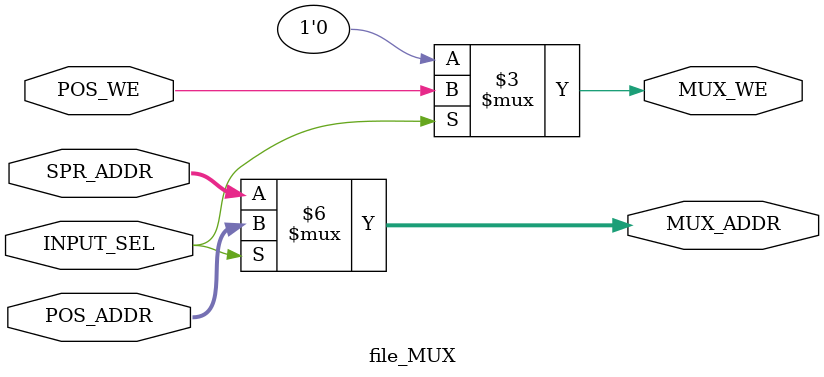
<source format=sv>
module file_MUX(

	// Input control
	input logic INPUT_SEL,				// Control signal from system FSM
	
	// Input data
	input logic [1:0] SPR_ADDR,		// Address input from sprite subsystem
	
	input logic [1:0] POS_ADDR,		// Address input from position subsystem
	input logic POS_WE,					// Write enable input from position subsystem

	// Output data
	output logic [1:0] MUX_ADDR,		// Mux output to entity file
	output logic MUX_WE
	
);

	// Other assignments:
	
	
	// Route access to entity file:
	always_comb
	begin
	
		// INPUT_SEL:
		//	0: Sprite Subsystem
		// 1: Position Subsystem
		if(INPUT_SEL)
		begin
		
			MUX_ADDR = POS_ADDR;
			MUX_WE = POS_WE;
		
		end
		else
		begin
		
			MUX_ADDR = SPR_ADDR;
			MUX_WE = 1'b0;
		
		end
	
	end
	
endmodule
</source>
